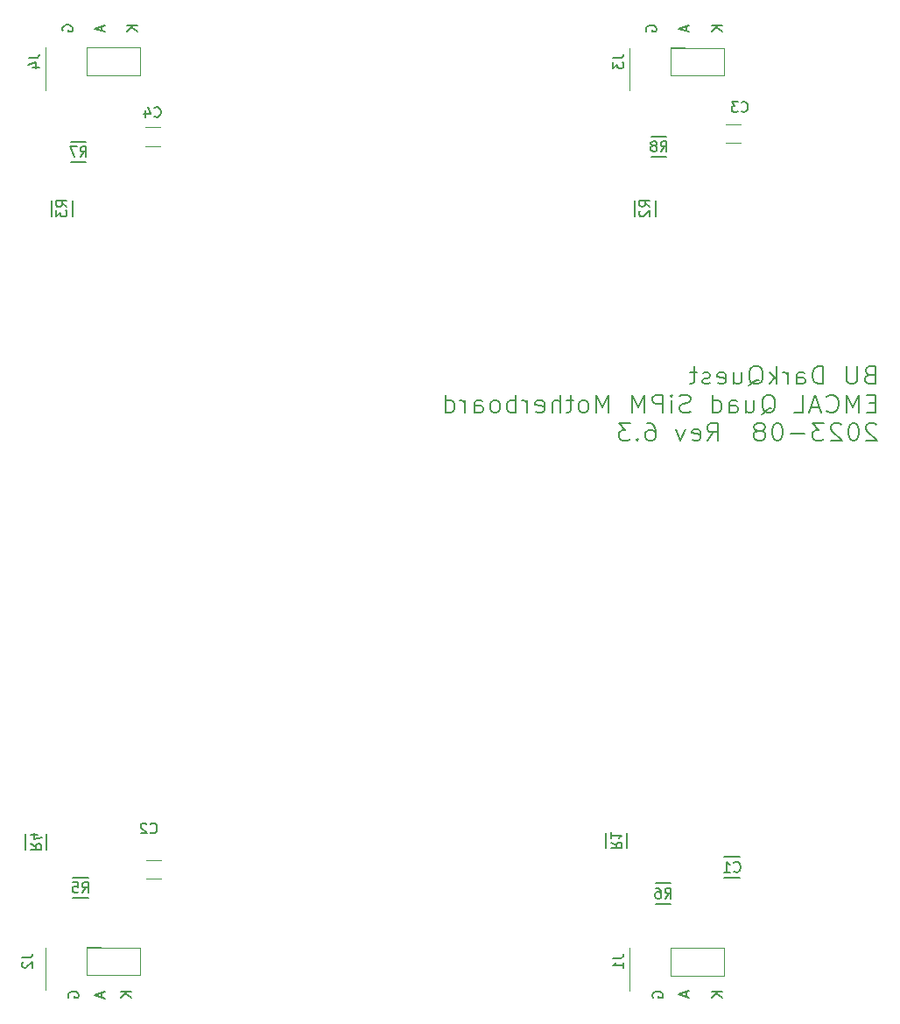
<source format=gbr>
%TF.GenerationSoftware,KiCad,Pcbnew,7.0.5-0*%
%TF.CreationDate,2023-08-23T15:32:02-04:00*%
%TF.ProjectId,quad_sipm,71756164-5f73-4697-906d-2e6b69636164,6.3*%
%TF.SameCoordinates,Original*%
%TF.FileFunction,Legend,Bot*%
%TF.FilePolarity,Positive*%
%FSLAX46Y46*%
G04 Gerber Fmt 4.6, Leading zero omitted, Abs format (unit mm)*
G04 Created by KiCad (PCBNEW 7.0.5-0) date 2023-08-23 15:32:02*
%MOMM*%
%LPD*%
G01*
G04 APERTURE LIST*
%ADD10C,0.150000*%
%ADD11C,0.203200*%
%ADD12C,0.120000*%
%ADD13C,0.152400*%
G04 APERTURE END LIST*
D10*
X124597438Y-53601904D02*
X124549819Y-53506666D01*
X124549819Y-53506666D02*
X124549819Y-53363809D01*
X124549819Y-53363809D02*
X124597438Y-53220952D01*
X124597438Y-53220952D02*
X124692676Y-53125714D01*
X124692676Y-53125714D02*
X124787914Y-53078095D01*
X124787914Y-53078095D02*
X124978390Y-53030476D01*
X124978390Y-53030476D02*
X125121247Y-53030476D01*
X125121247Y-53030476D02*
X125311723Y-53078095D01*
X125311723Y-53078095D02*
X125406961Y-53125714D01*
X125406961Y-53125714D02*
X125502200Y-53220952D01*
X125502200Y-53220952D02*
X125549819Y-53363809D01*
X125549819Y-53363809D02*
X125549819Y-53459047D01*
X125549819Y-53459047D02*
X125502200Y-53601904D01*
X125502200Y-53601904D02*
X125454580Y-53649523D01*
X125454580Y-53649523D02*
X125121247Y-53649523D01*
X125121247Y-53649523D02*
X125121247Y-53459047D01*
X131899819Y-53078095D02*
X130899819Y-53078095D01*
X131899819Y-53649523D02*
X131328390Y-53220952D01*
X130899819Y-53649523D02*
X131471247Y-53078095D01*
X128439104Y-53101905D02*
X128439104Y-53578095D01*
X128724819Y-53006667D02*
X127724819Y-53340000D01*
X127724819Y-53340000D02*
X128724819Y-53673333D01*
X68717438Y-146983220D02*
X68669819Y-146887982D01*
X68669819Y-146887982D02*
X68669819Y-146745125D01*
X68669819Y-146745125D02*
X68717438Y-146602268D01*
X68717438Y-146602268D02*
X68812676Y-146507030D01*
X68812676Y-146507030D02*
X68907914Y-146459411D01*
X68907914Y-146459411D02*
X69098390Y-146411792D01*
X69098390Y-146411792D02*
X69241247Y-146411792D01*
X69241247Y-146411792D02*
X69431723Y-146459411D01*
X69431723Y-146459411D02*
X69526961Y-146507030D01*
X69526961Y-146507030D02*
X69622200Y-146602268D01*
X69622200Y-146602268D02*
X69669819Y-146745125D01*
X69669819Y-146745125D02*
X69669819Y-146840363D01*
X69669819Y-146840363D02*
X69622200Y-146983220D01*
X69622200Y-146983220D02*
X69574580Y-147030839D01*
X69574580Y-147030839D02*
X69241247Y-147030839D01*
X69241247Y-147030839D02*
X69241247Y-146840363D01*
X71924104Y-146554649D02*
X71924104Y-147030839D01*
X72209819Y-146459411D02*
X71209819Y-146792744D01*
X71209819Y-146792744D02*
X72209819Y-147126077D01*
X75384819Y-53078095D02*
X74384819Y-53078095D01*
X75384819Y-53649523D02*
X74813390Y-53220952D01*
X74384819Y-53649523D02*
X74956247Y-53078095D01*
X71924104Y-53101905D02*
X71924104Y-53578095D01*
X72209819Y-53006667D02*
X71209819Y-53340000D01*
X71209819Y-53340000D02*
X72209819Y-53673333D01*
X74749819Y-146423095D02*
X73749819Y-146423095D01*
X74749819Y-146994523D02*
X74178390Y-146565952D01*
X73749819Y-146994523D02*
X74321247Y-146423095D01*
X128439104Y-146446905D02*
X128439104Y-146923095D01*
X128724819Y-146351667D02*
X127724819Y-146685000D01*
X127724819Y-146685000D02*
X128724819Y-147018333D01*
X125232438Y-146983220D02*
X125184819Y-146887982D01*
X125184819Y-146887982D02*
X125184819Y-146745125D01*
X125184819Y-146745125D02*
X125232438Y-146602268D01*
X125232438Y-146602268D02*
X125327676Y-146507030D01*
X125327676Y-146507030D02*
X125422914Y-146459411D01*
X125422914Y-146459411D02*
X125613390Y-146411792D01*
X125613390Y-146411792D02*
X125756247Y-146411792D01*
X125756247Y-146411792D02*
X125946723Y-146459411D01*
X125946723Y-146459411D02*
X126041961Y-146507030D01*
X126041961Y-146507030D02*
X126137200Y-146602268D01*
X126137200Y-146602268D02*
X126184819Y-146745125D01*
X126184819Y-146745125D02*
X126184819Y-146840363D01*
X126184819Y-146840363D02*
X126137200Y-146983220D01*
X126137200Y-146983220D02*
X126089580Y-147030839D01*
X126089580Y-147030839D02*
X125756247Y-147030839D01*
X125756247Y-147030839D02*
X125756247Y-146840363D01*
X131899819Y-146423095D02*
X130899819Y-146423095D01*
X131899819Y-146994523D02*
X131328390Y-146565952D01*
X130899819Y-146994523D02*
X131471247Y-146423095D01*
D11*
X146157744Y-86810410D02*
X145900601Y-86891362D01*
X145900601Y-86891362D02*
X145814887Y-86972314D01*
X145814887Y-86972314D02*
X145729173Y-87134219D01*
X145729173Y-87134219D02*
X145729173Y-87377076D01*
X145729173Y-87377076D02*
X145814887Y-87538981D01*
X145814887Y-87538981D02*
X145900601Y-87619934D01*
X145900601Y-87619934D02*
X146072030Y-87700886D01*
X146072030Y-87700886D02*
X146757744Y-87700886D01*
X146757744Y-87700886D02*
X146757744Y-86000886D01*
X146757744Y-86000886D02*
X146157744Y-86000886D01*
X146157744Y-86000886D02*
X145986316Y-86081838D01*
X145986316Y-86081838D02*
X145900601Y-86162791D01*
X145900601Y-86162791D02*
X145814887Y-86324695D01*
X145814887Y-86324695D02*
X145814887Y-86486600D01*
X145814887Y-86486600D02*
X145900601Y-86648505D01*
X145900601Y-86648505D02*
X145986316Y-86729457D01*
X145986316Y-86729457D02*
X146157744Y-86810410D01*
X146157744Y-86810410D02*
X146757744Y-86810410D01*
X144957744Y-86000886D02*
X144957744Y-87377076D01*
X144957744Y-87377076D02*
X144872030Y-87538981D01*
X144872030Y-87538981D02*
X144786316Y-87619934D01*
X144786316Y-87619934D02*
X144614887Y-87700886D01*
X144614887Y-87700886D02*
X144272030Y-87700886D01*
X144272030Y-87700886D02*
X144100601Y-87619934D01*
X144100601Y-87619934D02*
X144014887Y-87538981D01*
X144014887Y-87538981D02*
X143929173Y-87377076D01*
X143929173Y-87377076D02*
X143929173Y-86000886D01*
X141700601Y-87700886D02*
X141700601Y-86000886D01*
X141700601Y-86000886D02*
X141272030Y-86000886D01*
X141272030Y-86000886D02*
X141014887Y-86081838D01*
X141014887Y-86081838D02*
X140843458Y-86243743D01*
X140843458Y-86243743D02*
X140757744Y-86405648D01*
X140757744Y-86405648D02*
X140672030Y-86729457D01*
X140672030Y-86729457D02*
X140672030Y-86972314D01*
X140672030Y-86972314D02*
X140757744Y-87296124D01*
X140757744Y-87296124D02*
X140843458Y-87458029D01*
X140843458Y-87458029D02*
X141014887Y-87619934D01*
X141014887Y-87619934D02*
X141272030Y-87700886D01*
X141272030Y-87700886D02*
X141700601Y-87700886D01*
X139129173Y-87700886D02*
X139129173Y-86810410D01*
X139129173Y-86810410D02*
X139214887Y-86648505D01*
X139214887Y-86648505D02*
X139386315Y-86567553D01*
X139386315Y-86567553D02*
X139729173Y-86567553D01*
X139729173Y-86567553D02*
X139900601Y-86648505D01*
X139129173Y-87619934D02*
X139300601Y-87700886D01*
X139300601Y-87700886D02*
X139729173Y-87700886D01*
X139729173Y-87700886D02*
X139900601Y-87619934D01*
X139900601Y-87619934D02*
X139986315Y-87458029D01*
X139986315Y-87458029D02*
X139986315Y-87296124D01*
X139986315Y-87296124D02*
X139900601Y-87134219D01*
X139900601Y-87134219D02*
X139729173Y-87053267D01*
X139729173Y-87053267D02*
X139300601Y-87053267D01*
X139300601Y-87053267D02*
X139129173Y-86972314D01*
X138272030Y-87700886D02*
X138272030Y-86567553D01*
X138272030Y-86891362D02*
X138186316Y-86729457D01*
X138186316Y-86729457D02*
X138100602Y-86648505D01*
X138100602Y-86648505D02*
X137929173Y-86567553D01*
X137929173Y-86567553D02*
X137757744Y-86567553D01*
X137157744Y-87700886D02*
X137157744Y-86000886D01*
X136986316Y-87053267D02*
X136472030Y-87700886D01*
X136472030Y-86567553D02*
X137157744Y-87215172D01*
X134500601Y-87862791D02*
X134672030Y-87781838D01*
X134672030Y-87781838D02*
X134843458Y-87619934D01*
X134843458Y-87619934D02*
X135100601Y-87377076D01*
X135100601Y-87377076D02*
X135272030Y-87296124D01*
X135272030Y-87296124D02*
X135443458Y-87296124D01*
X135357744Y-87700886D02*
X135529173Y-87619934D01*
X135529173Y-87619934D02*
X135700601Y-87458029D01*
X135700601Y-87458029D02*
X135786315Y-87134219D01*
X135786315Y-87134219D02*
X135786315Y-86567553D01*
X135786315Y-86567553D02*
X135700601Y-86243743D01*
X135700601Y-86243743D02*
X135529173Y-86081838D01*
X135529173Y-86081838D02*
X135357744Y-86000886D01*
X135357744Y-86000886D02*
X135014887Y-86000886D01*
X135014887Y-86000886D02*
X134843458Y-86081838D01*
X134843458Y-86081838D02*
X134672030Y-86243743D01*
X134672030Y-86243743D02*
X134586315Y-86567553D01*
X134586315Y-86567553D02*
X134586315Y-87134219D01*
X134586315Y-87134219D02*
X134672030Y-87458029D01*
X134672030Y-87458029D02*
X134843458Y-87619934D01*
X134843458Y-87619934D02*
X135014887Y-87700886D01*
X135014887Y-87700886D02*
X135357744Y-87700886D01*
X133043459Y-86567553D02*
X133043459Y-87700886D01*
X133814887Y-86567553D02*
X133814887Y-87458029D01*
X133814887Y-87458029D02*
X133729173Y-87619934D01*
X133729173Y-87619934D02*
X133557744Y-87700886D01*
X133557744Y-87700886D02*
X133300601Y-87700886D01*
X133300601Y-87700886D02*
X133129173Y-87619934D01*
X133129173Y-87619934D02*
X133043459Y-87538981D01*
X131500602Y-87619934D02*
X131672030Y-87700886D01*
X131672030Y-87700886D02*
X132014888Y-87700886D01*
X132014888Y-87700886D02*
X132186316Y-87619934D01*
X132186316Y-87619934D02*
X132272030Y-87458029D01*
X132272030Y-87458029D02*
X132272030Y-86810410D01*
X132272030Y-86810410D02*
X132186316Y-86648505D01*
X132186316Y-86648505D02*
X132014888Y-86567553D01*
X132014888Y-86567553D02*
X131672030Y-86567553D01*
X131672030Y-86567553D02*
X131500602Y-86648505D01*
X131500602Y-86648505D02*
X131414888Y-86810410D01*
X131414888Y-86810410D02*
X131414888Y-86972314D01*
X131414888Y-86972314D02*
X132272030Y-87134219D01*
X130729173Y-87619934D02*
X130557745Y-87700886D01*
X130557745Y-87700886D02*
X130214888Y-87700886D01*
X130214888Y-87700886D02*
X130043459Y-87619934D01*
X130043459Y-87619934D02*
X129957745Y-87458029D01*
X129957745Y-87458029D02*
X129957745Y-87377076D01*
X129957745Y-87377076D02*
X130043459Y-87215172D01*
X130043459Y-87215172D02*
X130214888Y-87134219D01*
X130214888Y-87134219D02*
X130472031Y-87134219D01*
X130472031Y-87134219D02*
X130643459Y-87053267D01*
X130643459Y-87053267D02*
X130729173Y-86891362D01*
X130729173Y-86891362D02*
X130729173Y-86810410D01*
X130729173Y-86810410D02*
X130643459Y-86648505D01*
X130643459Y-86648505D02*
X130472031Y-86567553D01*
X130472031Y-86567553D02*
X130214888Y-86567553D01*
X130214888Y-86567553D02*
X130043459Y-86648505D01*
X129443459Y-86567553D02*
X128757745Y-86567553D01*
X129186316Y-86000886D02*
X129186316Y-87458029D01*
X129186316Y-87458029D02*
X129100602Y-87619934D01*
X129100602Y-87619934D02*
X128929173Y-87700886D01*
X128929173Y-87700886D02*
X128757745Y-87700886D01*
X146757744Y-89547410D02*
X146157744Y-89547410D01*
X145900601Y-90437886D02*
X146757744Y-90437886D01*
X146757744Y-90437886D02*
X146757744Y-88737886D01*
X146757744Y-88737886D02*
X145900601Y-88737886D01*
X145129173Y-90437886D02*
X145129173Y-88737886D01*
X145129173Y-88737886D02*
X144529173Y-89952172D01*
X144529173Y-89952172D02*
X143929173Y-88737886D01*
X143929173Y-88737886D02*
X143929173Y-90437886D01*
X142043459Y-90275981D02*
X142129173Y-90356934D01*
X142129173Y-90356934D02*
X142386316Y-90437886D01*
X142386316Y-90437886D02*
X142557744Y-90437886D01*
X142557744Y-90437886D02*
X142814887Y-90356934D01*
X142814887Y-90356934D02*
X142986316Y-90195029D01*
X142986316Y-90195029D02*
X143072030Y-90033124D01*
X143072030Y-90033124D02*
X143157744Y-89709314D01*
X143157744Y-89709314D02*
X143157744Y-89466457D01*
X143157744Y-89466457D02*
X143072030Y-89142648D01*
X143072030Y-89142648D02*
X142986316Y-88980743D01*
X142986316Y-88980743D02*
X142814887Y-88818838D01*
X142814887Y-88818838D02*
X142557744Y-88737886D01*
X142557744Y-88737886D02*
X142386316Y-88737886D01*
X142386316Y-88737886D02*
X142129173Y-88818838D01*
X142129173Y-88818838D02*
X142043459Y-88899791D01*
X141357744Y-89952172D02*
X140500602Y-89952172D01*
X141529173Y-90437886D02*
X140929173Y-88737886D01*
X140929173Y-88737886D02*
X140329173Y-90437886D01*
X138872030Y-90437886D02*
X139729173Y-90437886D01*
X139729173Y-90437886D02*
X139729173Y-88737886D01*
X135700601Y-90599791D02*
X135872030Y-90518838D01*
X135872030Y-90518838D02*
X136043458Y-90356934D01*
X136043458Y-90356934D02*
X136300601Y-90114076D01*
X136300601Y-90114076D02*
X136472030Y-90033124D01*
X136472030Y-90033124D02*
X136643458Y-90033124D01*
X136557744Y-90437886D02*
X136729173Y-90356934D01*
X136729173Y-90356934D02*
X136900601Y-90195029D01*
X136900601Y-90195029D02*
X136986315Y-89871219D01*
X136986315Y-89871219D02*
X136986315Y-89304553D01*
X136986315Y-89304553D02*
X136900601Y-88980743D01*
X136900601Y-88980743D02*
X136729173Y-88818838D01*
X136729173Y-88818838D02*
X136557744Y-88737886D01*
X136557744Y-88737886D02*
X136214887Y-88737886D01*
X136214887Y-88737886D02*
X136043458Y-88818838D01*
X136043458Y-88818838D02*
X135872030Y-88980743D01*
X135872030Y-88980743D02*
X135786315Y-89304553D01*
X135786315Y-89304553D02*
X135786315Y-89871219D01*
X135786315Y-89871219D02*
X135872030Y-90195029D01*
X135872030Y-90195029D02*
X136043458Y-90356934D01*
X136043458Y-90356934D02*
X136214887Y-90437886D01*
X136214887Y-90437886D02*
X136557744Y-90437886D01*
X134243459Y-89304553D02*
X134243459Y-90437886D01*
X135014887Y-89304553D02*
X135014887Y-90195029D01*
X135014887Y-90195029D02*
X134929173Y-90356934D01*
X134929173Y-90356934D02*
X134757744Y-90437886D01*
X134757744Y-90437886D02*
X134500601Y-90437886D01*
X134500601Y-90437886D02*
X134329173Y-90356934D01*
X134329173Y-90356934D02*
X134243459Y-90275981D01*
X132614888Y-90437886D02*
X132614888Y-89547410D01*
X132614888Y-89547410D02*
X132700602Y-89385505D01*
X132700602Y-89385505D02*
X132872030Y-89304553D01*
X132872030Y-89304553D02*
X133214888Y-89304553D01*
X133214888Y-89304553D02*
X133386316Y-89385505D01*
X132614888Y-90356934D02*
X132786316Y-90437886D01*
X132786316Y-90437886D02*
X133214888Y-90437886D01*
X133214888Y-90437886D02*
X133386316Y-90356934D01*
X133386316Y-90356934D02*
X133472030Y-90195029D01*
X133472030Y-90195029D02*
X133472030Y-90033124D01*
X133472030Y-90033124D02*
X133386316Y-89871219D01*
X133386316Y-89871219D02*
X133214888Y-89790267D01*
X133214888Y-89790267D02*
X132786316Y-89790267D01*
X132786316Y-89790267D02*
X132614888Y-89709314D01*
X130986317Y-90437886D02*
X130986317Y-88737886D01*
X130986317Y-90356934D02*
X131157745Y-90437886D01*
X131157745Y-90437886D02*
X131500602Y-90437886D01*
X131500602Y-90437886D02*
X131672031Y-90356934D01*
X131672031Y-90356934D02*
X131757745Y-90275981D01*
X131757745Y-90275981D02*
X131843459Y-90114076D01*
X131843459Y-90114076D02*
X131843459Y-89628362D01*
X131843459Y-89628362D02*
X131757745Y-89466457D01*
X131757745Y-89466457D02*
X131672031Y-89385505D01*
X131672031Y-89385505D02*
X131500602Y-89304553D01*
X131500602Y-89304553D02*
X131157745Y-89304553D01*
X131157745Y-89304553D02*
X130986317Y-89385505D01*
X128843459Y-90356934D02*
X128586317Y-90437886D01*
X128586317Y-90437886D02*
X128157745Y-90437886D01*
X128157745Y-90437886D02*
X127986317Y-90356934D01*
X127986317Y-90356934D02*
X127900602Y-90275981D01*
X127900602Y-90275981D02*
X127814888Y-90114076D01*
X127814888Y-90114076D02*
X127814888Y-89952172D01*
X127814888Y-89952172D02*
X127900602Y-89790267D01*
X127900602Y-89790267D02*
X127986317Y-89709314D01*
X127986317Y-89709314D02*
X128157745Y-89628362D01*
X128157745Y-89628362D02*
X128500602Y-89547410D01*
X128500602Y-89547410D02*
X128672031Y-89466457D01*
X128672031Y-89466457D02*
X128757745Y-89385505D01*
X128757745Y-89385505D02*
X128843459Y-89223600D01*
X128843459Y-89223600D02*
X128843459Y-89061695D01*
X128843459Y-89061695D02*
X128757745Y-88899791D01*
X128757745Y-88899791D02*
X128672031Y-88818838D01*
X128672031Y-88818838D02*
X128500602Y-88737886D01*
X128500602Y-88737886D02*
X128072031Y-88737886D01*
X128072031Y-88737886D02*
X127814888Y-88818838D01*
X127043459Y-90437886D02*
X127043459Y-89304553D01*
X127043459Y-88737886D02*
X127129173Y-88818838D01*
X127129173Y-88818838D02*
X127043459Y-88899791D01*
X127043459Y-88899791D02*
X126957745Y-88818838D01*
X126957745Y-88818838D02*
X127043459Y-88737886D01*
X127043459Y-88737886D02*
X127043459Y-88899791D01*
X126186316Y-90437886D02*
X126186316Y-88737886D01*
X126186316Y-88737886D02*
X125500602Y-88737886D01*
X125500602Y-88737886D02*
X125329173Y-88818838D01*
X125329173Y-88818838D02*
X125243459Y-88899791D01*
X125243459Y-88899791D02*
X125157745Y-89061695D01*
X125157745Y-89061695D02*
X125157745Y-89304553D01*
X125157745Y-89304553D02*
X125243459Y-89466457D01*
X125243459Y-89466457D02*
X125329173Y-89547410D01*
X125329173Y-89547410D02*
X125500602Y-89628362D01*
X125500602Y-89628362D02*
X126186316Y-89628362D01*
X124386316Y-90437886D02*
X124386316Y-88737886D01*
X124386316Y-88737886D02*
X123786316Y-89952172D01*
X123786316Y-89952172D02*
X123186316Y-88737886D01*
X123186316Y-88737886D02*
X123186316Y-90437886D01*
X120957744Y-90437886D02*
X120957744Y-88737886D01*
X120957744Y-88737886D02*
X120357744Y-89952172D01*
X120357744Y-89952172D02*
X119757744Y-88737886D01*
X119757744Y-88737886D02*
X119757744Y-90437886D01*
X118643458Y-90437886D02*
X118814887Y-90356934D01*
X118814887Y-90356934D02*
X118900601Y-90275981D01*
X118900601Y-90275981D02*
X118986315Y-90114076D01*
X118986315Y-90114076D02*
X118986315Y-89628362D01*
X118986315Y-89628362D02*
X118900601Y-89466457D01*
X118900601Y-89466457D02*
X118814887Y-89385505D01*
X118814887Y-89385505D02*
X118643458Y-89304553D01*
X118643458Y-89304553D02*
X118386315Y-89304553D01*
X118386315Y-89304553D02*
X118214887Y-89385505D01*
X118214887Y-89385505D02*
X118129173Y-89466457D01*
X118129173Y-89466457D02*
X118043458Y-89628362D01*
X118043458Y-89628362D02*
X118043458Y-90114076D01*
X118043458Y-90114076D02*
X118129173Y-90275981D01*
X118129173Y-90275981D02*
X118214887Y-90356934D01*
X118214887Y-90356934D02*
X118386315Y-90437886D01*
X118386315Y-90437886D02*
X118643458Y-90437886D01*
X117529173Y-89304553D02*
X116843459Y-89304553D01*
X117272030Y-88737886D02*
X117272030Y-90195029D01*
X117272030Y-90195029D02*
X117186316Y-90356934D01*
X117186316Y-90356934D02*
X117014887Y-90437886D01*
X117014887Y-90437886D02*
X116843459Y-90437886D01*
X116243459Y-90437886D02*
X116243459Y-88737886D01*
X115472031Y-90437886D02*
X115472031Y-89547410D01*
X115472031Y-89547410D02*
X115557745Y-89385505D01*
X115557745Y-89385505D02*
X115729173Y-89304553D01*
X115729173Y-89304553D02*
X115986316Y-89304553D01*
X115986316Y-89304553D02*
X116157745Y-89385505D01*
X116157745Y-89385505D02*
X116243459Y-89466457D01*
X113929174Y-90356934D02*
X114100602Y-90437886D01*
X114100602Y-90437886D02*
X114443460Y-90437886D01*
X114443460Y-90437886D02*
X114614888Y-90356934D01*
X114614888Y-90356934D02*
X114700602Y-90195029D01*
X114700602Y-90195029D02*
X114700602Y-89547410D01*
X114700602Y-89547410D02*
X114614888Y-89385505D01*
X114614888Y-89385505D02*
X114443460Y-89304553D01*
X114443460Y-89304553D02*
X114100602Y-89304553D01*
X114100602Y-89304553D02*
X113929174Y-89385505D01*
X113929174Y-89385505D02*
X113843460Y-89547410D01*
X113843460Y-89547410D02*
X113843460Y-89709314D01*
X113843460Y-89709314D02*
X114700602Y-89871219D01*
X113072031Y-90437886D02*
X113072031Y-89304553D01*
X113072031Y-89628362D02*
X112986317Y-89466457D01*
X112986317Y-89466457D02*
X112900603Y-89385505D01*
X112900603Y-89385505D02*
X112729174Y-89304553D01*
X112729174Y-89304553D02*
X112557745Y-89304553D01*
X111957745Y-90437886D02*
X111957745Y-88737886D01*
X111957745Y-89385505D02*
X111786317Y-89304553D01*
X111786317Y-89304553D02*
X111443459Y-89304553D01*
X111443459Y-89304553D02*
X111272031Y-89385505D01*
X111272031Y-89385505D02*
X111186317Y-89466457D01*
X111186317Y-89466457D02*
X111100602Y-89628362D01*
X111100602Y-89628362D02*
X111100602Y-90114076D01*
X111100602Y-90114076D02*
X111186317Y-90275981D01*
X111186317Y-90275981D02*
X111272031Y-90356934D01*
X111272031Y-90356934D02*
X111443459Y-90437886D01*
X111443459Y-90437886D02*
X111786317Y-90437886D01*
X111786317Y-90437886D02*
X111957745Y-90356934D01*
X110072031Y-90437886D02*
X110243460Y-90356934D01*
X110243460Y-90356934D02*
X110329174Y-90275981D01*
X110329174Y-90275981D02*
X110414888Y-90114076D01*
X110414888Y-90114076D02*
X110414888Y-89628362D01*
X110414888Y-89628362D02*
X110329174Y-89466457D01*
X110329174Y-89466457D02*
X110243460Y-89385505D01*
X110243460Y-89385505D02*
X110072031Y-89304553D01*
X110072031Y-89304553D02*
X109814888Y-89304553D01*
X109814888Y-89304553D02*
X109643460Y-89385505D01*
X109643460Y-89385505D02*
X109557746Y-89466457D01*
X109557746Y-89466457D02*
X109472031Y-89628362D01*
X109472031Y-89628362D02*
X109472031Y-90114076D01*
X109472031Y-90114076D02*
X109557746Y-90275981D01*
X109557746Y-90275981D02*
X109643460Y-90356934D01*
X109643460Y-90356934D02*
X109814888Y-90437886D01*
X109814888Y-90437886D02*
X110072031Y-90437886D01*
X107929175Y-90437886D02*
X107929175Y-89547410D01*
X107929175Y-89547410D02*
X108014889Y-89385505D01*
X108014889Y-89385505D02*
X108186317Y-89304553D01*
X108186317Y-89304553D02*
X108529175Y-89304553D01*
X108529175Y-89304553D02*
X108700603Y-89385505D01*
X107929175Y-90356934D02*
X108100603Y-90437886D01*
X108100603Y-90437886D02*
X108529175Y-90437886D01*
X108529175Y-90437886D02*
X108700603Y-90356934D01*
X108700603Y-90356934D02*
X108786317Y-90195029D01*
X108786317Y-90195029D02*
X108786317Y-90033124D01*
X108786317Y-90033124D02*
X108700603Y-89871219D01*
X108700603Y-89871219D02*
X108529175Y-89790267D01*
X108529175Y-89790267D02*
X108100603Y-89790267D01*
X108100603Y-89790267D02*
X107929175Y-89709314D01*
X107072032Y-90437886D02*
X107072032Y-89304553D01*
X107072032Y-89628362D02*
X106986318Y-89466457D01*
X106986318Y-89466457D02*
X106900604Y-89385505D01*
X106900604Y-89385505D02*
X106729175Y-89304553D01*
X106729175Y-89304553D02*
X106557746Y-89304553D01*
X105186318Y-90437886D02*
X105186318Y-88737886D01*
X105186318Y-90356934D02*
X105357746Y-90437886D01*
X105357746Y-90437886D02*
X105700603Y-90437886D01*
X105700603Y-90437886D02*
X105872032Y-90356934D01*
X105872032Y-90356934D02*
X105957746Y-90275981D01*
X105957746Y-90275981D02*
X106043460Y-90114076D01*
X106043460Y-90114076D02*
X106043460Y-89628362D01*
X106043460Y-89628362D02*
X105957746Y-89466457D01*
X105957746Y-89466457D02*
X105872032Y-89385505D01*
X105872032Y-89385505D02*
X105700603Y-89304553D01*
X105700603Y-89304553D02*
X105357746Y-89304553D01*
X105357746Y-89304553D02*
X105186318Y-89385505D01*
X146843458Y-91636791D02*
X146757744Y-91555838D01*
X146757744Y-91555838D02*
X146586316Y-91474886D01*
X146586316Y-91474886D02*
X146157744Y-91474886D01*
X146157744Y-91474886D02*
X145986316Y-91555838D01*
X145986316Y-91555838D02*
X145900601Y-91636791D01*
X145900601Y-91636791D02*
X145814887Y-91798695D01*
X145814887Y-91798695D02*
X145814887Y-91960600D01*
X145814887Y-91960600D02*
X145900601Y-92203457D01*
X145900601Y-92203457D02*
X146929173Y-93174886D01*
X146929173Y-93174886D02*
X145814887Y-93174886D01*
X144700601Y-91474886D02*
X144529172Y-91474886D01*
X144529172Y-91474886D02*
X144357744Y-91555838D01*
X144357744Y-91555838D02*
X144272030Y-91636791D01*
X144272030Y-91636791D02*
X144186315Y-91798695D01*
X144186315Y-91798695D02*
X144100601Y-92122505D01*
X144100601Y-92122505D02*
X144100601Y-92527267D01*
X144100601Y-92527267D02*
X144186315Y-92851076D01*
X144186315Y-92851076D02*
X144272030Y-93012981D01*
X144272030Y-93012981D02*
X144357744Y-93093934D01*
X144357744Y-93093934D02*
X144529172Y-93174886D01*
X144529172Y-93174886D02*
X144700601Y-93174886D01*
X144700601Y-93174886D02*
X144872030Y-93093934D01*
X144872030Y-93093934D02*
X144957744Y-93012981D01*
X144957744Y-93012981D02*
X145043458Y-92851076D01*
X145043458Y-92851076D02*
X145129172Y-92527267D01*
X145129172Y-92527267D02*
X145129172Y-92122505D01*
X145129172Y-92122505D02*
X145043458Y-91798695D01*
X145043458Y-91798695D02*
X144957744Y-91636791D01*
X144957744Y-91636791D02*
X144872030Y-91555838D01*
X144872030Y-91555838D02*
X144700601Y-91474886D01*
X143414886Y-91636791D02*
X143329172Y-91555838D01*
X143329172Y-91555838D02*
X143157744Y-91474886D01*
X143157744Y-91474886D02*
X142729172Y-91474886D01*
X142729172Y-91474886D02*
X142557744Y-91555838D01*
X142557744Y-91555838D02*
X142472029Y-91636791D01*
X142472029Y-91636791D02*
X142386315Y-91798695D01*
X142386315Y-91798695D02*
X142386315Y-91960600D01*
X142386315Y-91960600D02*
X142472029Y-92203457D01*
X142472029Y-92203457D02*
X143500601Y-93174886D01*
X143500601Y-93174886D02*
X142386315Y-93174886D01*
X141786315Y-91474886D02*
X140672029Y-91474886D01*
X140672029Y-91474886D02*
X141272029Y-92122505D01*
X141272029Y-92122505D02*
X141014886Y-92122505D01*
X141014886Y-92122505D02*
X140843458Y-92203457D01*
X140843458Y-92203457D02*
X140757743Y-92284410D01*
X140757743Y-92284410D02*
X140672029Y-92446314D01*
X140672029Y-92446314D02*
X140672029Y-92851076D01*
X140672029Y-92851076D02*
X140757743Y-93012981D01*
X140757743Y-93012981D02*
X140843458Y-93093934D01*
X140843458Y-93093934D02*
X141014886Y-93174886D01*
X141014886Y-93174886D02*
X141529172Y-93174886D01*
X141529172Y-93174886D02*
X141700600Y-93093934D01*
X141700600Y-93093934D02*
X141786315Y-93012981D01*
X139900600Y-92527267D02*
X138529172Y-92527267D01*
X137329172Y-91474886D02*
X137157743Y-91474886D01*
X137157743Y-91474886D02*
X136986315Y-91555838D01*
X136986315Y-91555838D02*
X136900601Y-91636791D01*
X136900601Y-91636791D02*
X136814886Y-91798695D01*
X136814886Y-91798695D02*
X136729172Y-92122505D01*
X136729172Y-92122505D02*
X136729172Y-92527267D01*
X136729172Y-92527267D02*
X136814886Y-92851076D01*
X136814886Y-92851076D02*
X136900601Y-93012981D01*
X136900601Y-93012981D02*
X136986315Y-93093934D01*
X136986315Y-93093934D02*
X137157743Y-93174886D01*
X137157743Y-93174886D02*
X137329172Y-93174886D01*
X137329172Y-93174886D02*
X137500601Y-93093934D01*
X137500601Y-93093934D02*
X137586315Y-93012981D01*
X137586315Y-93012981D02*
X137672029Y-92851076D01*
X137672029Y-92851076D02*
X137757743Y-92527267D01*
X137757743Y-92527267D02*
X137757743Y-92122505D01*
X137757743Y-92122505D02*
X137672029Y-91798695D01*
X137672029Y-91798695D02*
X137586315Y-91636791D01*
X137586315Y-91636791D02*
X137500601Y-91555838D01*
X137500601Y-91555838D02*
X137329172Y-91474886D01*
X135700600Y-92203457D02*
X135872029Y-92122505D01*
X135872029Y-92122505D02*
X135957743Y-92041553D01*
X135957743Y-92041553D02*
X136043457Y-91879648D01*
X136043457Y-91879648D02*
X136043457Y-91798695D01*
X136043457Y-91798695D02*
X135957743Y-91636791D01*
X135957743Y-91636791D02*
X135872029Y-91555838D01*
X135872029Y-91555838D02*
X135700600Y-91474886D01*
X135700600Y-91474886D02*
X135357743Y-91474886D01*
X135357743Y-91474886D02*
X135186315Y-91555838D01*
X135186315Y-91555838D02*
X135100600Y-91636791D01*
X135100600Y-91636791D02*
X135014886Y-91798695D01*
X135014886Y-91798695D02*
X135014886Y-91879648D01*
X135014886Y-91879648D02*
X135100600Y-92041553D01*
X135100600Y-92041553D02*
X135186315Y-92122505D01*
X135186315Y-92122505D02*
X135357743Y-92203457D01*
X135357743Y-92203457D02*
X135700600Y-92203457D01*
X135700600Y-92203457D02*
X135872029Y-92284410D01*
X135872029Y-92284410D02*
X135957743Y-92365362D01*
X135957743Y-92365362D02*
X136043457Y-92527267D01*
X136043457Y-92527267D02*
X136043457Y-92851076D01*
X136043457Y-92851076D02*
X135957743Y-93012981D01*
X135957743Y-93012981D02*
X135872029Y-93093934D01*
X135872029Y-93093934D02*
X135700600Y-93174886D01*
X135700600Y-93174886D02*
X135357743Y-93174886D01*
X135357743Y-93174886D02*
X135186315Y-93093934D01*
X135186315Y-93093934D02*
X135100600Y-93012981D01*
X135100600Y-93012981D02*
X135014886Y-92851076D01*
X135014886Y-92851076D02*
X135014886Y-92527267D01*
X135014886Y-92527267D02*
X135100600Y-92365362D01*
X135100600Y-92365362D02*
X135186315Y-92284410D01*
X135186315Y-92284410D02*
X135357743Y-92203457D01*
X130472028Y-93174886D02*
X131072028Y-92365362D01*
X131500599Y-93174886D02*
X131500599Y-91474886D01*
X131500599Y-91474886D02*
X130814885Y-91474886D01*
X130814885Y-91474886D02*
X130643456Y-91555838D01*
X130643456Y-91555838D02*
X130557742Y-91636791D01*
X130557742Y-91636791D02*
X130472028Y-91798695D01*
X130472028Y-91798695D02*
X130472028Y-92041553D01*
X130472028Y-92041553D02*
X130557742Y-92203457D01*
X130557742Y-92203457D02*
X130643456Y-92284410D01*
X130643456Y-92284410D02*
X130814885Y-92365362D01*
X130814885Y-92365362D02*
X131500599Y-92365362D01*
X129014885Y-93093934D02*
X129186313Y-93174886D01*
X129186313Y-93174886D02*
X129529171Y-93174886D01*
X129529171Y-93174886D02*
X129700599Y-93093934D01*
X129700599Y-93093934D02*
X129786313Y-92932029D01*
X129786313Y-92932029D02*
X129786313Y-92284410D01*
X129786313Y-92284410D02*
X129700599Y-92122505D01*
X129700599Y-92122505D02*
X129529171Y-92041553D01*
X129529171Y-92041553D02*
X129186313Y-92041553D01*
X129186313Y-92041553D02*
X129014885Y-92122505D01*
X129014885Y-92122505D02*
X128929171Y-92284410D01*
X128929171Y-92284410D02*
X128929171Y-92446314D01*
X128929171Y-92446314D02*
X129786313Y-92608219D01*
X128329171Y-92041553D02*
X127900599Y-93174886D01*
X127900599Y-93174886D02*
X127472028Y-92041553D01*
X124643456Y-91474886D02*
X124986313Y-91474886D01*
X124986313Y-91474886D02*
X125157741Y-91555838D01*
X125157741Y-91555838D02*
X125243456Y-91636791D01*
X125243456Y-91636791D02*
X125414884Y-91879648D01*
X125414884Y-91879648D02*
X125500598Y-92203457D01*
X125500598Y-92203457D02*
X125500598Y-92851076D01*
X125500598Y-92851076D02*
X125414884Y-93012981D01*
X125414884Y-93012981D02*
X125329170Y-93093934D01*
X125329170Y-93093934D02*
X125157741Y-93174886D01*
X125157741Y-93174886D02*
X124814884Y-93174886D01*
X124814884Y-93174886D02*
X124643456Y-93093934D01*
X124643456Y-93093934D02*
X124557741Y-93012981D01*
X124557741Y-93012981D02*
X124472027Y-92851076D01*
X124472027Y-92851076D02*
X124472027Y-92446314D01*
X124472027Y-92446314D02*
X124557741Y-92284410D01*
X124557741Y-92284410D02*
X124643456Y-92203457D01*
X124643456Y-92203457D02*
X124814884Y-92122505D01*
X124814884Y-92122505D02*
X125157741Y-92122505D01*
X125157741Y-92122505D02*
X125329170Y-92203457D01*
X125329170Y-92203457D02*
X125414884Y-92284410D01*
X125414884Y-92284410D02*
X125500598Y-92446314D01*
X123700598Y-93012981D02*
X123614884Y-93093934D01*
X123614884Y-93093934D02*
X123700598Y-93174886D01*
X123700598Y-93174886D02*
X123786312Y-93093934D01*
X123786312Y-93093934D02*
X123700598Y-93012981D01*
X123700598Y-93012981D02*
X123700598Y-93174886D01*
X123014884Y-91474886D02*
X121900598Y-91474886D01*
X121900598Y-91474886D02*
X122500598Y-92122505D01*
X122500598Y-92122505D02*
X122243455Y-92122505D01*
X122243455Y-92122505D02*
X122072027Y-92203457D01*
X122072027Y-92203457D02*
X121986312Y-92284410D01*
X121986312Y-92284410D02*
X121900598Y-92446314D01*
X121900598Y-92446314D02*
X121900598Y-92851076D01*
X121900598Y-92851076D02*
X121986312Y-93012981D01*
X121986312Y-93012981D02*
X122072027Y-93093934D01*
X122072027Y-93093934D02*
X122243455Y-93174886D01*
X122243455Y-93174886D02*
X122757741Y-93174886D01*
X122757741Y-93174886D02*
X122929169Y-93093934D01*
X122929169Y-93093934D02*
X123014884Y-93012981D01*
D10*
X68162438Y-53565588D02*
X68114819Y-53470350D01*
X68114819Y-53470350D02*
X68114819Y-53327493D01*
X68114819Y-53327493D02*
X68162438Y-53184636D01*
X68162438Y-53184636D02*
X68257676Y-53089398D01*
X68257676Y-53089398D02*
X68352914Y-53041779D01*
X68352914Y-53041779D02*
X68543390Y-52994160D01*
X68543390Y-52994160D02*
X68686247Y-52994160D01*
X68686247Y-52994160D02*
X68876723Y-53041779D01*
X68876723Y-53041779D02*
X68971961Y-53089398D01*
X68971961Y-53089398D02*
X69067200Y-53184636D01*
X69067200Y-53184636D02*
X69114819Y-53327493D01*
X69114819Y-53327493D02*
X69114819Y-53422731D01*
X69114819Y-53422731D02*
X69067200Y-53565588D01*
X69067200Y-53565588D02*
X69019580Y-53613207D01*
X69019580Y-53613207D02*
X68686247Y-53613207D01*
X68686247Y-53613207D02*
X68686247Y-53422731D01*
%TO.C,J1*%
X121374819Y-143176666D02*
X122089104Y-143176666D01*
X122089104Y-143176666D02*
X122231961Y-143129047D01*
X122231961Y-143129047D02*
X122327200Y-143033809D01*
X122327200Y-143033809D02*
X122374819Y-142890952D01*
X122374819Y-142890952D02*
X122374819Y-142795714D01*
X122374819Y-144176666D02*
X122374819Y-143605238D01*
X122374819Y-143890952D02*
X121374819Y-143890952D01*
X121374819Y-143890952D02*
X121517676Y-143795714D01*
X121517676Y-143795714D02*
X121612914Y-143700476D01*
X121612914Y-143700476D02*
X121660533Y-143605238D01*
%TO.C,C4*%
X77001666Y-61827580D02*
X77049285Y-61875200D01*
X77049285Y-61875200D02*
X77192142Y-61922819D01*
X77192142Y-61922819D02*
X77287380Y-61922819D01*
X77287380Y-61922819D02*
X77430237Y-61875200D01*
X77430237Y-61875200D02*
X77525475Y-61779961D01*
X77525475Y-61779961D02*
X77573094Y-61684723D01*
X77573094Y-61684723D02*
X77620713Y-61494247D01*
X77620713Y-61494247D02*
X77620713Y-61351390D01*
X77620713Y-61351390D02*
X77573094Y-61160914D01*
X77573094Y-61160914D02*
X77525475Y-61065676D01*
X77525475Y-61065676D02*
X77430237Y-60970438D01*
X77430237Y-60970438D02*
X77287380Y-60922819D01*
X77287380Y-60922819D02*
X77192142Y-60922819D01*
X77192142Y-60922819D02*
X77049285Y-60970438D01*
X77049285Y-60970438D02*
X77001666Y-61018057D01*
X76144523Y-61256152D02*
X76144523Y-61922819D01*
X76382618Y-60875200D02*
X76620713Y-61589485D01*
X76620713Y-61589485D02*
X76001666Y-61589485D01*
%TO.C,J3*%
X121374819Y-56181666D02*
X122089104Y-56181666D01*
X122089104Y-56181666D02*
X122231961Y-56134047D01*
X122231961Y-56134047D02*
X122327200Y-56038809D01*
X122327200Y-56038809D02*
X122374819Y-55895952D01*
X122374819Y-55895952D02*
X122374819Y-55800714D01*
X121374819Y-56562619D02*
X121374819Y-57181666D01*
X121374819Y-57181666D02*
X121755771Y-56848333D01*
X121755771Y-56848333D02*
X121755771Y-56991190D01*
X121755771Y-56991190D02*
X121803390Y-57086428D01*
X121803390Y-57086428D02*
X121851009Y-57134047D01*
X121851009Y-57134047D02*
X121946247Y-57181666D01*
X121946247Y-57181666D02*
X122184342Y-57181666D01*
X122184342Y-57181666D02*
X122279580Y-57134047D01*
X122279580Y-57134047D02*
X122327200Y-57086428D01*
X122327200Y-57086428D02*
X122374819Y-56991190D01*
X122374819Y-56991190D02*
X122374819Y-56705476D01*
X122374819Y-56705476D02*
X122327200Y-56610238D01*
X122327200Y-56610238D02*
X122279580Y-56562619D01*
%TO.C,J4*%
X64859819Y-56181666D02*
X65574104Y-56181666D01*
X65574104Y-56181666D02*
X65716961Y-56134047D01*
X65716961Y-56134047D02*
X65812200Y-56038809D01*
X65812200Y-56038809D02*
X65859819Y-55895952D01*
X65859819Y-55895952D02*
X65859819Y-55800714D01*
X65193152Y-57086428D02*
X65859819Y-57086428D01*
X64812200Y-56848333D02*
X65526485Y-56610238D01*
X65526485Y-56610238D02*
X65526485Y-57229285D01*
%TO.C,C3*%
X133770666Y-61319580D02*
X133818285Y-61367200D01*
X133818285Y-61367200D02*
X133961142Y-61414819D01*
X133961142Y-61414819D02*
X134056380Y-61414819D01*
X134056380Y-61414819D02*
X134199237Y-61367200D01*
X134199237Y-61367200D02*
X134294475Y-61271961D01*
X134294475Y-61271961D02*
X134342094Y-61176723D01*
X134342094Y-61176723D02*
X134389713Y-60986247D01*
X134389713Y-60986247D02*
X134389713Y-60843390D01*
X134389713Y-60843390D02*
X134342094Y-60652914D01*
X134342094Y-60652914D02*
X134294475Y-60557676D01*
X134294475Y-60557676D02*
X134199237Y-60462438D01*
X134199237Y-60462438D02*
X134056380Y-60414819D01*
X134056380Y-60414819D02*
X133961142Y-60414819D01*
X133961142Y-60414819D02*
X133818285Y-60462438D01*
X133818285Y-60462438D02*
X133770666Y-60510057D01*
X133437332Y-60414819D02*
X132818285Y-60414819D01*
X132818285Y-60414819D02*
X133151618Y-60795771D01*
X133151618Y-60795771D02*
X133008761Y-60795771D01*
X133008761Y-60795771D02*
X132913523Y-60843390D01*
X132913523Y-60843390D02*
X132865904Y-60891009D01*
X132865904Y-60891009D02*
X132818285Y-60986247D01*
X132818285Y-60986247D02*
X132818285Y-61224342D01*
X132818285Y-61224342D02*
X132865904Y-61319580D01*
X132865904Y-61319580D02*
X132913523Y-61367200D01*
X132913523Y-61367200D02*
X133008761Y-61414819D01*
X133008761Y-61414819D02*
X133294475Y-61414819D01*
X133294475Y-61414819D02*
X133389713Y-61367200D01*
X133389713Y-61367200D02*
X133437332Y-61319580D01*
%TO.C,J2*%
X64224819Y-143131666D02*
X64939104Y-143131666D01*
X64939104Y-143131666D02*
X65081961Y-143084047D01*
X65081961Y-143084047D02*
X65177200Y-142988809D01*
X65177200Y-142988809D02*
X65224819Y-142845952D01*
X65224819Y-142845952D02*
X65224819Y-142750714D01*
X64320057Y-143560238D02*
X64272438Y-143607857D01*
X64272438Y-143607857D02*
X64224819Y-143703095D01*
X64224819Y-143703095D02*
X64224819Y-143941190D01*
X64224819Y-143941190D02*
X64272438Y-144036428D01*
X64272438Y-144036428D02*
X64320057Y-144084047D01*
X64320057Y-144084047D02*
X64415295Y-144131666D01*
X64415295Y-144131666D02*
X64510533Y-144131666D01*
X64510533Y-144131666D02*
X64653390Y-144084047D01*
X64653390Y-144084047D02*
X65224819Y-143512619D01*
X65224819Y-143512619D02*
X65224819Y-144131666D01*
%TO.C,C1*%
X133059066Y-134787780D02*
X133106685Y-134835400D01*
X133106685Y-134835400D02*
X133249542Y-134883019D01*
X133249542Y-134883019D02*
X133344780Y-134883019D01*
X133344780Y-134883019D02*
X133487637Y-134835400D01*
X133487637Y-134835400D02*
X133582875Y-134740161D01*
X133582875Y-134740161D02*
X133630494Y-134644923D01*
X133630494Y-134644923D02*
X133678113Y-134454447D01*
X133678113Y-134454447D02*
X133678113Y-134311590D01*
X133678113Y-134311590D02*
X133630494Y-134121114D01*
X133630494Y-134121114D02*
X133582875Y-134025876D01*
X133582875Y-134025876D02*
X133487637Y-133930638D01*
X133487637Y-133930638D02*
X133344780Y-133883019D01*
X133344780Y-133883019D02*
X133249542Y-133883019D01*
X133249542Y-133883019D02*
X133106685Y-133930638D01*
X133106685Y-133930638D02*
X133059066Y-133978257D01*
X132106685Y-134883019D02*
X132678113Y-134883019D01*
X132392399Y-134883019D02*
X132392399Y-133883019D01*
X132392399Y-133883019D02*
X132487637Y-134025876D01*
X132487637Y-134025876D02*
X132582875Y-134121114D01*
X132582875Y-134121114D02*
X132678113Y-134168733D01*
%TO.C,C2*%
X76620666Y-131042580D02*
X76668285Y-131090200D01*
X76668285Y-131090200D02*
X76811142Y-131137819D01*
X76811142Y-131137819D02*
X76906380Y-131137819D01*
X76906380Y-131137819D02*
X77049237Y-131090200D01*
X77049237Y-131090200D02*
X77144475Y-130994961D01*
X77144475Y-130994961D02*
X77192094Y-130899723D01*
X77192094Y-130899723D02*
X77239713Y-130709247D01*
X77239713Y-130709247D02*
X77239713Y-130566390D01*
X77239713Y-130566390D02*
X77192094Y-130375914D01*
X77192094Y-130375914D02*
X77144475Y-130280676D01*
X77144475Y-130280676D02*
X77049237Y-130185438D01*
X77049237Y-130185438D02*
X76906380Y-130137819D01*
X76906380Y-130137819D02*
X76811142Y-130137819D01*
X76811142Y-130137819D02*
X76668285Y-130185438D01*
X76668285Y-130185438D02*
X76620666Y-130233057D01*
X76239713Y-130233057D02*
X76192094Y-130185438D01*
X76192094Y-130185438D02*
X76096856Y-130137819D01*
X76096856Y-130137819D02*
X75858761Y-130137819D01*
X75858761Y-130137819D02*
X75763523Y-130185438D01*
X75763523Y-130185438D02*
X75715904Y-130233057D01*
X75715904Y-130233057D02*
X75668285Y-130328295D01*
X75668285Y-130328295D02*
X75668285Y-130423533D01*
X75668285Y-130423533D02*
X75715904Y-130566390D01*
X75715904Y-130566390D02*
X76287332Y-131137819D01*
X76287332Y-131137819D02*
X75668285Y-131137819D01*
%TO.C,R4*%
X65077180Y-132115866D02*
X65553371Y-132449199D01*
X65077180Y-132687294D02*
X66077180Y-132687294D01*
X66077180Y-132687294D02*
X66077180Y-132306342D01*
X66077180Y-132306342D02*
X66029561Y-132211104D01*
X66029561Y-132211104D02*
X65981942Y-132163485D01*
X65981942Y-132163485D02*
X65886704Y-132115866D01*
X65886704Y-132115866D02*
X65743847Y-132115866D01*
X65743847Y-132115866D02*
X65648609Y-132163485D01*
X65648609Y-132163485D02*
X65600990Y-132211104D01*
X65600990Y-132211104D02*
X65553371Y-132306342D01*
X65553371Y-132306342D02*
X65553371Y-132687294D01*
X65743847Y-131258723D02*
X65077180Y-131258723D01*
X66124800Y-131496818D02*
X65410514Y-131734913D01*
X65410514Y-131734913D02*
X65410514Y-131115866D01*
%TO.C,R1*%
X121211180Y-131992666D02*
X121687371Y-132325999D01*
X121211180Y-132564094D02*
X122211180Y-132564094D01*
X122211180Y-132564094D02*
X122211180Y-132183142D01*
X122211180Y-132183142D02*
X122163561Y-132087904D01*
X122163561Y-132087904D02*
X122115942Y-132040285D01*
X122115942Y-132040285D02*
X122020704Y-131992666D01*
X122020704Y-131992666D02*
X121877847Y-131992666D01*
X121877847Y-131992666D02*
X121782609Y-132040285D01*
X121782609Y-132040285D02*
X121734990Y-132087904D01*
X121734990Y-132087904D02*
X121687371Y-132183142D01*
X121687371Y-132183142D02*
X121687371Y-132564094D01*
X121211180Y-131040285D02*
X121211180Y-131611713D01*
X121211180Y-131325999D02*
X122211180Y-131325999D01*
X122211180Y-131325999D02*
X122068323Y-131421237D01*
X122068323Y-131421237D02*
X121973085Y-131516475D01*
X121973085Y-131516475D02*
X121925466Y-131611713D01*
%TO.C,R2*%
X124914819Y-70568533D02*
X124438628Y-70235200D01*
X124914819Y-69997105D02*
X123914819Y-69997105D01*
X123914819Y-69997105D02*
X123914819Y-70378057D01*
X123914819Y-70378057D02*
X123962438Y-70473295D01*
X123962438Y-70473295D02*
X124010057Y-70520914D01*
X124010057Y-70520914D02*
X124105295Y-70568533D01*
X124105295Y-70568533D02*
X124248152Y-70568533D01*
X124248152Y-70568533D02*
X124343390Y-70520914D01*
X124343390Y-70520914D02*
X124391009Y-70473295D01*
X124391009Y-70473295D02*
X124438628Y-70378057D01*
X124438628Y-70378057D02*
X124438628Y-69997105D01*
X124010057Y-70949486D02*
X123962438Y-70997105D01*
X123962438Y-70997105D02*
X123914819Y-71092343D01*
X123914819Y-71092343D02*
X123914819Y-71330438D01*
X123914819Y-71330438D02*
X123962438Y-71425676D01*
X123962438Y-71425676D02*
X124010057Y-71473295D01*
X124010057Y-71473295D02*
X124105295Y-71520914D01*
X124105295Y-71520914D02*
X124200533Y-71520914D01*
X124200533Y-71520914D02*
X124343390Y-71473295D01*
X124343390Y-71473295D02*
X124914819Y-70901867D01*
X124914819Y-70901867D02*
X124914819Y-71520914D01*
%TO.C,R6*%
X126387866Y-137423019D02*
X126721199Y-136946828D01*
X126959294Y-137423019D02*
X126959294Y-136423019D01*
X126959294Y-136423019D02*
X126578342Y-136423019D01*
X126578342Y-136423019D02*
X126483104Y-136470638D01*
X126483104Y-136470638D02*
X126435485Y-136518257D01*
X126435485Y-136518257D02*
X126387866Y-136613495D01*
X126387866Y-136613495D02*
X126387866Y-136756352D01*
X126387866Y-136756352D02*
X126435485Y-136851590D01*
X126435485Y-136851590D02*
X126483104Y-136899209D01*
X126483104Y-136899209D02*
X126578342Y-136946828D01*
X126578342Y-136946828D02*
X126959294Y-136946828D01*
X125530723Y-136423019D02*
X125721199Y-136423019D01*
X125721199Y-136423019D02*
X125816437Y-136470638D01*
X125816437Y-136470638D02*
X125864056Y-136518257D01*
X125864056Y-136518257D02*
X125959294Y-136661114D01*
X125959294Y-136661114D02*
X126006913Y-136851590D01*
X126006913Y-136851590D02*
X126006913Y-137232542D01*
X126006913Y-137232542D02*
X125959294Y-137327780D01*
X125959294Y-137327780D02*
X125911675Y-137375400D01*
X125911675Y-137375400D02*
X125816437Y-137423019D01*
X125816437Y-137423019D02*
X125625961Y-137423019D01*
X125625961Y-137423019D02*
X125530723Y-137375400D01*
X125530723Y-137375400D02*
X125483104Y-137327780D01*
X125483104Y-137327780D02*
X125435485Y-137232542D01*
X125435485Y-137232542D02*
X125435485Y-136994447D01*
X125435485Y-136994447D02*
X125483104Y-136899209D01*
X125483104Y-136899209D02*
X125530723Y-136851590D01*
X125530723Y-136851590D02*
X125625961Y-136803971D01*
X125625961Y-136803971D02*
X125816437Y-136803971D01*
X125816437Y-136803971D02*
X125911675Y-136851590D01*
X125911675Y-136851590D02*
X125959294Y-136899209D01*
X125959294Y-136899209D02*
X126006913Y-136994447D01*
%TO.C,R3*%
X68526819Y-70576133D02*
X68050628Y-70242800D01*
X68526819Y-70004705D02*
X67526819Y-70004705D01*
X67526819Y-70004705D02*
X67526819Y-70385657D01*
X67526819Y-70385657D02*
X67574438Y-70480895D01*
X67574438Y-70480895D02*
X67622057Y-70528514D01*
X67622057Y-70528514D02*
X67717295Y-70576133D01*
X67717295Y-70576133D02*
X67860152Y-70576133D01*
X67860152Y-70576133D02*
X67955390Y-70528514D01*
X67955390Y-70528514D02*
X68003009Y-70480895D01*
X68003009Y-70480895D02*
X68050628Y-70385657D01*
X68050628Y-70385657D02*
X68050628Y-70004705D01*
X67526819Y-70909467D02*
X67526819Y-71528514D01*
X67526819Y-71528514D02*
X67907771Y-71195181D01*
X67907771Y-71195181D02*
X67907771Y-71338038D01*
X67907771Y-71338038D02*
X67955390Y-71433276D01*
X67955390Y-71433276D02*
X68003009Y-71480895D01*
X68003009Y-71480895D02*
X68098247Y-71528514D01*
X68098247Y-71528514D02*
X68336342Y-71528514D01*
X68336342Y-71528514D02*
X68431580Y-71480895D01*
X68431580Y-71480895D02*
X68479200Y-71433276D01*
X68479200Y-71433276D02*
X68526819Y-71338038D01*
X68526819Y-71338038D02*
X68526819Y-71052324D01*
X68526819Y-71052324D02*
X68479200Y-70957086D01*
X68479200Y-70957086D02*
X68431580Y-70909467D01*
%TO.C,R7*%
X69835066Y-65732819D02*
X70168399Y-65256628D01*
X70406494Y-65732819D02*
X70406494Y-64732819D01*
X70406494Y-64732819D02*
X70025542Y-64732819D01*
X70025542Y-64732819D02*
X69930304Y-64780438D01*
X69930304Y-64780438D02*
X69882685Y-64828057D01*
X69882685Y-64828057D02*
X69835066Y-64923295D01*
X69835066Y-64923295D02*
X69835066Y-65066152D01*
X69835066Y-65066152D02*
X69882685Y-65161390D01*
X69882685Y-65161390D02*
X69930304Y-65209009D01*
X69930304Y-65209009D02*
X70025542Y-65256628D01*
X70025542Y-65256628D02*
X70406494Y-65256628D01*
X69501732Y-64732819D02*
X68835066Y-64732819D01*
X68835066Y-64732819D02*
X69263637Y-65732819D01*
%TO.C,R5*%
X70016666Y-136852819D02*
X70349999Y-136376628D01*
X70588094Y-136852819D02*
X70588094Y-135852819D01*
X70588094Y-135852819D02*
X70207142Y-135852819D01*
X70207142Y-135852819D02*
X70111904Y-135900438D01*
X70111904Y-135900438D02*
X70064285Y-135948057D01*
X70064285Y-135948057D02*
X70016666Y-136043295D01*
X70016666Y-136043295D02*
X70016666Y-136186152D01*
X70016666Y-136186152D02*
X70064285Y-136281390D01*
X70064285Y-136281390D02*
X70111904Y-136329009D01*
X70111904Y-136329009D02*
X70207142Y-136376628D01*
X70207142Y-136376628D02*
X70588094Y-136376628D01*
X69111904Y-135852819D02*
X69588094Y-135852819D01*
X69588094Y-135852819D02*
X69635713Y-136329009D01*
X69635713Y-136329009D02*
X69588094Y-136281390D01*
X69588094Y-136281390D02*
X69492856Y-136233771D01*
X69492856Y-136233771D02*
X69254761Y-136233771D01*
X69254761Y-136233771D02*
X69159523Y-136281390D01*
X69159523Y-136281390D02*
X69111904Y-136329009D01*
X69111904Y-136329009D02*
X69064285Y-136424247D01*
X69064285Y-136424247D02*
X69064285Y-136662342D01*
X69064285Y-136662342D02*
X69111904Y-136757580D01*
X69111904Y-136757580D02*
X69159523Y-136805200D01*
X69159523Y-136805200D02*
X69254761Y-136852819D01*
X69254761Y-136852819D02*
X69492856Y-136852819D01*
X69492856Y-136852819D02*
X69588094Y-136805200D01*
X69588094Y-136805200D02*
X69635713Y-136757580D01*
%TO.C,R8*%
X125969066Y-65224819D02*
X126302399Y-64748628D01*
X126540494Y-65224819D02*
X126540494Y-64224819D01*
X126540494Y-64224819D02*
X126159542Y-64224819D01*
X126159542Y-64224819D02*
X126064304Y-64272438D01*
X126064304Y-64272438D02*
X126016685Y-64320057D01*
X126016685Y-64320057D02*
X125969066Y-64415295D01*
X125969066Y-64415295D02*
X125969066Y-64558152D01*
X125969066Y-64558152D02*
X126016685Y-64653390D01*
X126016685Y-64653390D02*
X126064304Y-64701009D01*
X126064304Y-64701009D02*
X126159542Y-64748628D01*
X126159542Y-64748628D02*
X126540494Y-64748628D01*
X125397637Y-64653390D02*
X125492875Y-64605771D01*
X125492875Y-64605771D02*
X125540494Y-64558152D01*
X125540494Y-64558152D02*
X125588113Y-64462914D01*
X125588113Y-64462914D02*
X125588113Y-64415295D01*
X125588113Y-64415295D02*
X125540494Y-64320057D01*
X125540494Y-64320057D02*
X125492875Y-64272438D01*
X125492875Y-64272438D02*
X125397637Y-64224819D01*
X125397637Y-64224819D02*
X125207161Y-64224819D01*
X125207161Y-64224819D02*
X125111923Y-64272438D01*
X125111923Y-64272438D02*
X125064304Y-64320057D01*
X125064304Y-64320057D02*
X125016685Y-64415295D01*
X125016685Y-64415295D02*
X125016685Y-64462914D01*
X125016685Y-64462914D02*
X125064304Y-64558152D01*
X125064304Y-64558152D02*
X125111923Y-64605771D01*
X125111923Y-64605771D02*
X125207161Y-64653390D01*
X125207161Y-64653390D02*
X125397637Y-64653390D01*
X125397637Y-64653390D02*
X125492875Y-64701009D01*
X125492875Y-64701009D02*
X125540494Y-64748628D01*
X125540494Y-64748628D02*
X125588113Y-64843866D01*
X125588113Y-64843866D02*
X125588113Y-65034342D01*
X125588113Y-65034342D02*
X125540494Y-65129580D01*
X125540494Y-65129580D02*
X125492875Y-65177200D01*
X125492875Y-65177200D02*
X125397637Y-65224819D01*
X125397637Y-65224819D02*
X125207161Y-65224819D01*
X125207161Y-65224819D02*
X125111923Y-65177200D01*
X125111923Y-65177200D02*
X125064304Y-65129580D01*
X125064304Y-65129580D02*
X125016685Y-65034342D01*
X125016685Y-65034342D02*
X125016685Y-64843866D01*
X125016685Y-64843866D02*
X125064304Y-64748628D01*
X125064304Y-64748628D02*
X125111923Y-64701009D01*
X125111923Y-64701009D02*
X125207161Y-64653390D01*
D12*
%TO.C,J1*%
X128270000Y-142180000D02*
X126940000Y-142180000D01*
X132095000Y-142225000D02*
X132095000Y-144885000D01*
X126955000Y-142225000D02*
X132095000Y-142225000D01*
X126955000Y-142225000D02*
X126955000Y-144885000D01*
X122945000Y-142235000D02*
X122970000Y-146310000D01*
X126955000Y-144885000D02*
X132095000Y-144885000D01*
%TO.C,C4*%
X77546252Y-64702500D02*
X76123748Y-64702500D01*
X77546252Y-62882500D02*
X76123748Y-62882500D01*
%TO.C,J3*%
X128270000Y-55185000D02*
X126940000Y-55185000D01*
X132095000Y-55230000D02*
X132095000Y-57890000D01*
X126955000Y-55230000D02*
X132095000Y-55230000D01*
X126955000Y-55230000D02*
X126955000Y-57890000D01*
X122945000Y-55240000D02*
X122970000Y-59315000D01*
X126955000Y-57890000D02*
X132095000Y-57890000D01*
%TO.C,J4*%
X71800000Y-55140000D02*
X70470000Y-55140000D01*
X75625000Y-55185000D02*
X75625000Y-57845000D01*
X70485000Y-55185000D02*
X75625000Y-55185000D01*
X70485000Y-55185000D02*
X70485000Y-57845000D01*
X66475000Y-55195000D02*
X66500000Y-59270000D01*
X70485000Y-57845000D02*
X75625000Y-57845000D01*
%TO.C,C3*%
X133718752Y-64410000D02*
X132296248Y-64410000D01*
X133718752Y-62590000D02*
X132296248Y-62590000D01*
%TO.C,J2*%
X71800000Y-142135000D02*
X70470000Y-142135000D01*
X75625000Y-142180000D02*
X75625000Y-144840000D01*
X70485000Y-142180000D02*
X75625000Y-142180000D01*
X70485000Y-142180000D02*
X70485000Y-144840000D01*
X66475000Y-142190000D02*
X66500000Y-146265000D01*
X70485000Y-144840000D02*
X75625000Y-144840000D01*
D13*
%TO.C,C1*%
X133646613Y-135430200D02*
X132138187Y-135430200D01*
X132138187Y-133426200D02*
X133646613Y-133426200D01*
D12*
%TO.C,C2*%
X77673252Y-135530000D02*
X76250748Y-135530000D01*
X77673252Y-133710000D02*
X76250748Y-133710000D01*
D13*
%TO.C,R4*%
X64530000Y-132703413D02*
X64530000Y-131194987D01*
X66534000Y-131194987D02*
X66534000Y-132703413D01*
%TO.C,R1*%
X120664000Y-132580213D02*
X120664000Y-131071787D01*
X122668000Y-131071787D02*
X122668000Y-132580213D01*
%TO.C,R2*%
X125462000Y-69980987D02*
X125462000Y-71489413D01*
X123458000Y-71489413D02*
X123458000Y-69980987D01*
%TO.C,R6*%
X126963650Y-137970200D02*
X125478750Y-137970200D01*
X125478750Y-135966200D02*
X126963650Y-135966200D01*
%TO.C,R3*%
X69074000Y-69988587D02*
X69074000Y-71497013D01*
X67070000Y-71497013D02*
X67070000Y-69988587D01*
%TO.C,R7*%
X70410850Y-66280000D02*
X68925950Y-66280000D01*
X68925950Y-64276000D02*
X70410850Y-64276000D01*
%TO.C,R5*%
X70592450Y-137400000D02*
X69107550Y-137400000D01*
X69107550Y-135396000D02*
X70592450Y-135396000D01*
%TO.C,R8*%
X126544850Y-65772000D02*
X125059950Y-65772000D01*
X125059950Y-63768000D02*
X126544850Y-63768000D01*
%TD*%
M02*

</source>
